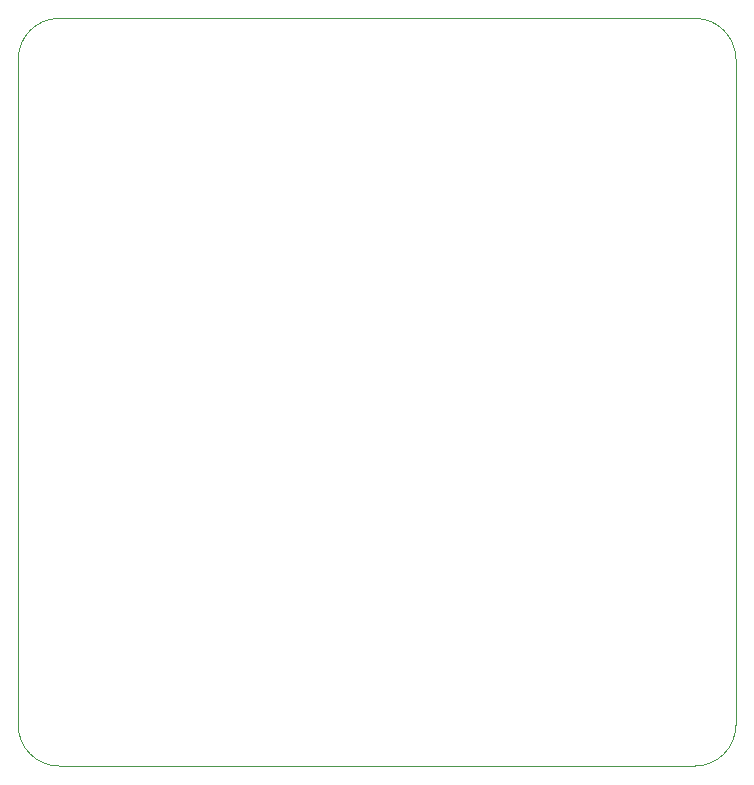
<source format=gbr>
G04 #@! TF.GenerationSoftware,KiCad,Pcbnew,(5.1.2-1)-1*
G04 #@! TF.CreationDate,2019-08-12T18:01:04-07:00*
G04 #@! TF.ProjectId,powersupply,706f7765-7273-4757-9070-6c792e6b6963,rev?*
G04 #@! TF.SameCoordinates,Original*
G04 #@! TF.FileFunction,Profile,NP*
%FSLAX46Y46*%
G04 Gerber Fmt 4.6, Leading zero omitted, Abs format (unit mm)*
G04 Created by KiCad (PCBNEW (5.1.2-1)-1) date 2019-08-12 18:01:04*
%MOMM*%
%LPD*%
G04 APERTURE LIST*
%ADD10C,0.050000*%
G04 APERTURE END LIST*
D10*
X86120000Y-28100000D02*
G75*
G02X89570000Y-31550000I0J-3450000D01*
G01*
X32250000Y-91399942D02*
G75*
G02X28820000Y-87950000I20000J3449942D01*
G01*
X28820000Y-31550000D02*
G75*
G02X32270000Y-28100000I3450000J0D01*
G01*
X89570000Y-87950000D02*
G75*
G02X86120000Y-91400000I-3450000J0D01*
G01*
X32270000Y-28100000D02*
X86120000Y-28100000D01*
X28820000Y-31550000D02*
X28820000Y-87950000D01*
X89570000Y-31550000D02*
X89570000Y-87950000D01*
X86120000Y-91400000D02*
X32250000Y-91400000D01*
M02*

</source>
